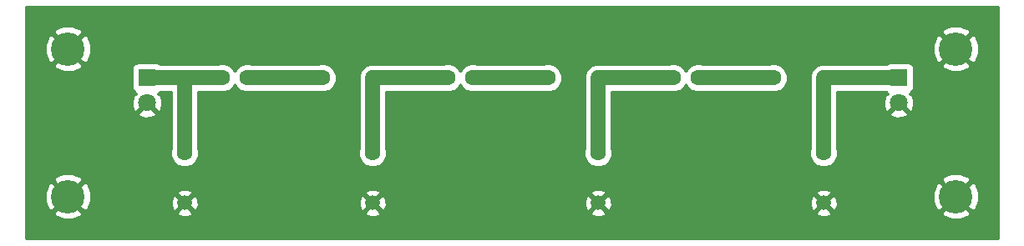
<source format=gbr>
G04 #@! TF.FileFunction,Copper,L2,Bot,Signal*
%FSLAX46Y46*%
G04 Gerber Fmt 4.6, Leading zero omitted, Abs format (unit mm)*
G04 Created by KiCad (PCBNEW 4.0.7) date 03/29/18 19:10:49*
%MOMM*%
%LPD*%
G01*
G04 APERTURE LIST*
%ADD10C,0.100000*%
%ADD11C,1.600000*%
%ADD12C,1.500000*%
%ADD13R,1.800000X1.800000*%
%ADD14C,1.800000*%
%ADD15C,3.400000*%
%ADD16C,1.500000*%
%ADD17C,0.254000*%
G04 APERTURE END LIST*
D10*
D11*
X36830000Y-35560000D03*
D12*
X36830000Y-40640000D03*
D11*
X50800000Y-27940000D03*
D12*
X55880000Y-27940000D03*
D11*
X55880000Y-35560000D03*
D12*
X55880000Y-40640000D03*
D11*
X73660000Y-27940000D03*
D12*
X78740000Y-27940000D03*
D11*
X78740000Y-35560000D03*
D12*
X78740000Y-40640000D03*
D11*
X96520000Y-27940000D03*
D12*
X101600000Y-27940000D03*
D11*
X101600000Y-35560000D03*
D12*
X101600000Y-40640000D03*
D13*
X33020000Y-27940000D03*
D14*
X33020000Y-30480000D03*
D13*
X109220000Y-27940000D03*
D14*
X109220000Y-30480000D03*
D11*
X40640000Y-27940000D03*
X43180000Y-27940000D03*
X63500000Y-27940000D03*
X66040000Y-27940000D03*
X86360000Y-27940000D03*
X88900000Y-27940000D03*
D15*
X25000000Y-40000000D03*
X115000000Y-25000000D03*
X25000000Y-25000000D03*
X115000000Y-40000000D03*
D16*
X36830000Y-35560000D02*
X36830000Y-27940000D01*
X33020000Y-27940000D02*
X36830000Y-27940000D01*
X36830000Y-27940000D02*
X40640000Y-27940000D01*
X43180000Y-27940000D02*
X50800000Y-27940000D01*
X55880000Y-27940000D02*
X63500000Y-27940000D01*
X55880000Y-27940000D02*
X55880000Y-35560000D01*
X66040000Y-27940000D02*
X73660000Y-27940000D01*
X78740000Y-27940000D02*
X86360000Y-27940000D01*
X78740000Y-27940000D02*
X78740000Y-35560000D01*
X88900000Y-27940000D02*
X96520000Y-27940000D01*
X101600000Y-27940000D02*
X109220000Y-27940000D01*
X101600000Y-27940000D02*
X101600000Y-35560000D01*
D17*
G36*
X119290000Y-44290000D02*
X20710000Y-44290000D01*
X20710000Y-41658422D01*
X23521183Y-41658422D01*
X23705371Y-41997970D01*
X24568509Y-42341316D01*
X25497336Y-42328218D01*
X26294629Y-41997970D01*
X26478817Y-41658422D01*
X26431912Y-41611517D01*
X36038088Y-41611517D01*
X36106077Y-41852460D01*
X36625171Y-42037201D01*
X37175448Y-42009230D01*
X37553923Y-41852460D01*
X37621912Y-41611517D01*
X55088088Y-41611517D01*
X55156077Y-41852460D01*
X55675171Y-42037201D01*
X56225448Y-42009230D01*
X56603923Y-41852460D01*
X56671912Y-41611517D01*
X77948088Y-41611517D01*
X78016077Y-41852460D01*
X78535171Y-42037201D01*
X79085448Y-42009230D01*
X79463923Y-41852460D01*
X79531912Y-41611517D01*
X100808088Y-41611517D01*
X100876077Y-41852460D01*
X101395171Y-42037201D01*
X101945448Y-42009230D01*
X102323923Y-41852460D01*
X102378676Y-41658422D01*
X113521183Y-41658422D01*
X113705371Y-41997970D01*
X114568509Y-42341316D01*
X115497336Y-42328218D01*
X116294629Y-41997970D01*
X116478817Y-41658422D01*
X115000000Y-40179605D01*
X113521183Y-41658422D01*
X102378676Y-41658422D01*
X102391912Y-41611517D01*
X101600000Y-40819605D01*
X100808088Y-41611517D01*
X79531912Y-41611517D01*
X78740000Y-40819605D01*
X77948088Y-41611517D01*
X56671912Y-41611517D01*
X55880000Y-40819605D01*
X55088088Y-41611517D01*
X37621912Y-41611517D01*
X36830000Y-40819605D01*
X36038088Y-41611517D01*
X26431912Y-41611517D01*
X25000000Y-40179605D01*
X23521183Y-41658422D01*
X20710000Y-41658422D01*
X20710000Y-39568509D01*
X22658684Y-39568509D01*
X22671782Y-40497336D01*
X23002030Y-41294629D01*
X23341578Y-41478817D01*
X24820395Y-40000000D01*
X25179605Y-40000000D01*
X26658422Y-41478817D01*
X26997970Y-41294629D01*
X27339852Y-40435171D01*
X35432799Y-40435171D01*
X35460770Y-40985448D01*
X35617540Y-41363923D01*
X35858483Y-41431912D01*
X36650395Y-40640000D01*
X37009605Y-40640000D01*
X37801517Y-41431912D01*
X38042460Y-41363923D01*
X38227201Y-40844829D01*
X38206378Y-40435171D01*
X54482799Y-40435171D01*
X54510770Y-40985448D01*
X54667540Y-41363923D01*
X54908483Y-41431912D01*
X55700395Y-40640000D01*
X56059605Y-40640000D01*
X56851517Y-41431912D01*
X57092460Y-41363923D01*
X57277201Y-40844829D01*
X57256378Y-40435171D01*
X77342799Y-40435171D01*
X77370770Y-40985448D01*
X77527540Y-41363923D01*
X77768483Y-41431912D01*
X78560395Y-40640000D01*
X78919605Y-40640000D01*
X79711517Y-41431912D01*
X79952460Y-41363923D01*
X80137201Y-40844829D01*
X80116378Y-40435171D01*
X100202799Y-40435171D01*
X100230770Y-40985448D01*
X100387540Y-41363923D01*
X100628483Y-41431912D01*
X101420395Y-40640000D01*
X101779605Y-40640000D01*
X102571517Y-41431912D01*
X102812460Y-41363923D01*
X102997201Y-40844829D01*
X102969230Y-40294552D01*
X102812460Y-39916077D01*
X102571517Y-39848088D01*
X101779605Y-40640000D01*
X101420395Y-40640000D01*
X100628483Y-39848088D01*
X100387540Y-39916077D01*
X100202799Y-40435171D01*
X80116378Y-40435171D01*
X80109230Y-40294552D01*
X79952460Y-39916077D01*
X79711517Y-39848088D01*
X78919605Y-40640000D01*
X78560395Y-40640000D01*
X77768483Y-39848088D01*
X77527540Y-39916077D01*
X77342799Y-40435171D01*
X57256378Y-40435171D01*
X57249230Y-40294552D01*
X57092460Y-39916077D01*
X56851517Y-39848088D01*
X56059605Y-40640000D01*
X55700395Y-40640000D01*
X54908483Y-39848088D01*
X54667540Y-39916077D01*
X54482799Y-40435171D01*
X38206378Y-40435171D01*
X38199230Y-40294552D01*
X38042460Y-39916077D01*
X37801517Y-39848088D01*
X37009605Y-40640000D01*
X36650395Y-40640000D01*
X35858483Y-39848088D01*
X35617540Y-39916077D01*
X35432799Y-40435171D01*
X27339852Y-40435171D01*
X27341316Y-40431491D01*
X27330557Y-39668483D01*
X36038088Y-39668483D01*
X36830000Y-40460395D01*
X37621912Y-39668483D01*
X55088088Y-39668483D01*
X55880000Y-40460395D01*
X56671912Y-39668483D01*
X77948088Y-39668483D01*
X78740000Y-40460395D01*
X79531912Y-39668483D01*
X100808088Y-39668483D01*
X101600000Y-40460395D01*
X102391912Y-39668483D01*
X102363702Y-39568509D01*
X112658684Y-39568509D01*
X112671782Y-40497336D01*
X113002030Y-41294629D01*
X113341578Y-41478817D01*
X114820395Y-40000000D01*
X115179605Y-40000000D01*
X116658422Y-41478817D01*
X116997970Y-41294629D01*
X117341316Y-40431491D01*
X117328218Y-39502664D01*
X116997970Y-38705371D01*
X116658422Y-38521183D01*
X115179605Y-40000000D01*
X114820395Y-40000000D01*
X113341578Y-38521183D01*
X113002030Y-38705371D01*
X112658684Y-39568509D01*
X102363702Y-39568509D01*
X102323923Y-39427540D01*
X101804829Y-39242799D01*
X101254552Y-39270770D01*
X100876077Y-39427540D01*
X100808088Y-39668483D01*
X79531912Y-39668483D01*
X79463923Y-39427540D01*
X78944829Y-39242799D01*
X78394552Y-39270770D01*
X78016077Y-39427540D01*
X77948088Y-39668483D01*
X56671912Y-39668483D01*
X56603923Y-39427540D01*
X56084829Y-39242799D01*
X55534552Y-39270770D01*
X55156077Y-39427540D01*
X55088088Y-39668483D01*
X37621912Y-39668483D01*
X37553923Y-39427540D01*
X37034829Y-39242799D01*
X36484552Y-39270770D01*
X36106077Y-39427540D01*
X36038088Y-39668483D01*
X27330557Y-39668483D01*
X27328218Y-39502664D01*
X26997970Y-38705371D01*
X26658422Y-38521183D01*
X25179605Y-40000000D01*
X24820395Y-40000000D01*
X23341578Y-38521183D01*
X23002030Y-38705371D01*
X22658684Y-39568509D01*
X20710000Y-39568509D01*
X20710000Y-38341578D01*
X23521183Y-38341578D01*
X25000000Y-39820395D01*
X26478817Y-38341578D01*
X113521183Y-38341578D01*
X115000000Y-39820395D01*
X116478817Y-38341578D01*
X116294629Y-38002030D01*
X115431491Y-37658684D01*
X114502664Y-37671782D01*
X113705371Y-38002030D01*
X113521183Y-38341578D01*
X26478817Y-38341578D01*
X26294629Y-38002030D01*
X25431491Y-37658684D01*
X24502664Y-37671782D01*
X23705371Y-38002030D01*
X23521183Y-38341578D01*
X20710000Y-38341578D01*
X20710000Y-31560159D01*
X32119446Y-31560159D01*
X32205852Y-31816643D01*
X32779336Y-32026458D01*
X33389460Y-32000839D01*
X33834148Y-31816643D01*
X33920554Y-31560159D01*
X33020000Y-30659605D01*
X32119446Y-31560159D01*
X20710000Y-31560159D01*
X20710000Y-26658422D01*
X23521183Y-26658422D01*
X23705371Y-26997970D01*
X24568509Y-27341316D01*
X25497336Y-27328218D01*
X26193159Y-27040000D01*
X31472560Y-27040000D01*
X31472560Y-28840000D01*
X31516838Y-29075317D01*
X31655910Y-29291441D01*
X31859574Y-29430598D01*
X31825282Y-29464890D01*
X31939839Y-29579447D01*
X31683357Y-29665852D01*
X31473542Y-30239336D01*
X31499161Y-30849460D01*
X31683357Y-31294148D01*
X31939841Y-31380554D01*
X32840395Y-30480000D01*
X32826253Y-30465858D01*
X33005858Y-30286253D01*
X33020000Y-30300395D01*
X33034143Y-30286253D01*
X33213748Y-30465858D01*
X33199605Y-30480000D01*
X34100159Y-31380554D01*
X34356643Y-31294148D01*
X34566458Y-30720664D01*
X34540839Y-30110540D01*
X34356643Y-29665852D01*
X34100161Y-29579447D01*
X34214718Y-29464890D01*
X34178240Y-29428412D01*
X34338946Y-29325000D01*
X35445000Y-29325000D01*
X35445000Y-35153498D01*
X35395250Y-35273309D01*
X35394752Y-35844187D01*
X35612757Y-36371800D01*
X36016077Y-36775824D01*
X36543309Y-36994750D01*
X37114187Y-36995248D01*
X37641800Y-36777243D01*
X38045824Y-36373923D01*
X38264750Y-35846691D01*
X38264752Y-35844187D01*
X54444752Y-35844187D01*
X54662757Y-36371800D01*
X55066077Y-36775824D01*
X55593309Y-36994750D01*
X56164187Y-36995248D01*
X56691800Y-36777243D01*
X57095824Y-36373923D01*
X57314750Y-35846691D01*
X57314752Y-35844187D01*
X77304752Y-35844187D01*
X77522757Y-36371800D01*
X77926077Y-36775824D01*
X78453309Y-36994750D01*
X79024187Y-36995248D01*
X79551800Y-36777243D01*
X79955824Y-36373923D01*
X80174750Y-35846691D01*
X80174752Y-35844187D01*
X100164752Y-35844187D01*
X100382757Y-36371800D01*
X100786077Y-36775824D01*
X101313309Y-36994750D01*
X101884187Y-36995248D01*
X102411800Y-36777243D01*
X102815824Y-36373923D01*
X103034750Y-35846691D01*
X103035248Y-35275813D01*
X102985000Y-35154203D01*
X102985000Y-31560159D01*
X108319446Y-31560159D01*
X108405852Y-31816643D01*
X108979336Y-32026458D01*
X109589460Y-32000839D01*
X110034148Y-31816643D01*
X110120554Y-31560159D01*
X109220000Y-30659605D01*
X108319446Y-31560159D01*
X102985000Y-31560159D01*
X102985000Y-29325000D01*
X107905025Y-29325000D01*
X108059574Y-29430598D01*
X108025282Y-29464890D01*
X108139839Y-29579447D01*
X107883357Y-29665852D01*
X107673542Y-30239336D01*
X107699161Y-30849460D01*
X107883357Y-31294148D01*
X108139841Y-31380554D01*
X109040395Y-30480000D01*
X109026253Y-30465858D01*
X109205858Y-30286253D01*
X109220000Y-30300395D01*
X109234143Y-30286253D01*
X109413748Y-30465858D01*
X109399605Y-30480000D01*
X110300159Y-31380554D01*
X110556643Y-31294148D01*
X110766458Y-30720664D01*
X110740839Y-30110540D01*
X110556643Y-29665852D01*
X110300161Y-29579447D01*
X110414718Y-29464890D01*
X110378240Y-29428412D01*
X110571441Y-29304090D01*
X110716431Y-29091890D01*
X110767440Y-28840000D01*
X110767440Y-27040000D01*
X110723162Y-26804683D01*
X110629046Y-26658422D01*
X113521183Y-26658422D01*
X113705371Y-26997970D01*
X114568509Y-27341316D01*
X115497336Y-27328218D01*
X116294629Y-26997970D01*
X116478817Y-26658422D01*
X115000000Y-25179605D01*
X113521183Y-26658422D01*
X110629046Y-26658422D01*
X110584090Y-26588559D01*
X110371890Y-26443569D01*
X110120000Y-26392560D01*
X108320000Y-26392560D01*
X108084683Y-26436838D01*
X107901054Y-26555000D01*
X101600636Y-26555000D01*
X101325715Y-26554760D01*
X100816485Y-26765169D01*
X100426539Y-27154436D01*
X100215241Y-27663298D01*
X100214760Y-28214285D01*
X100215000Y-28214866D01*
X100215000Y-35153498D01*
X100165250Y-35273309D01*
X100164752Y-35844187D01*
X80174752Y-35844187D01*
X80175248Y-35275813D01*
X80125000Y-35154203D01*
X80125000Y-29325000D01*
X85953498Y-29325000D01*
X86073309Y-29374750D01*
X86644187Y-29375248D01*
X87171800Y-29157243D01*
X87575824Y-28753923D01*
X87629862Y-28623785D01*
X87682757Y-28751800D01*
X88086077Y-29155824D01*
X88613309Y-29374750D01*
X89184187Y-29375248D01*
X89305797Y-29325000D01*
X96113498Y-29325000D01*
X96233309Y-29374750D01*
X96804187Y-29375248D01*
X97331800Y-29157243D01*
X97735824Y-28753923D01*
X97954750Y-28226691D01*
X97955248Y-27655813D01*
X97737243Y-27128200D01*
X97333923Y-26724176D01*
X96806691Y-26505250D01*
X96235813Y-26504752D01*
X96114203Y-26555000D01*
X89306502Y-26555000D01*
X89186691Y-26505250D01*
X88615813Y-26504752D01*
X88088200Y-26722757D01*
X87684176Y-27126077D01*
X87630138Y-27256215D01*
X87577243Y-27128200D01*
X87173923Y-26724176D01*
X86646691Y-26505250D01*
X86075813Y-26504752D01*
X85954203Y-26555000D01*
X78740636Y-26555000D01*
X78465715Y-26554760D01*
X77956485Y-26765169D01*
X77566539Y-27154436D01*
X77355241Y-27663298D01*
X77354760Y-28214285D01*
X77355000Y-28214866D01*
X77355000Y-35153498D01*
X77305250Y-35273309D01*
X77304752Y-35844187D01*
X57314752Y-35844187D01*
X57315248Y-35275813D01*
X57265000Y-35154203D01*
X57265000Y-29325000D01*
X63093498Y-29325000D01*
X63213309Y-29374750D01*
X63784187Y-29375248D01*
X64311800Y-29157243D01*
X64715824Y-28753923D01*
X64769862Y-28623785D01*
X64822757Y-28751800D01*
X65226077Y-29155824D01*
X65753309Y-29374750D01*
X66324187Y-29375248D01*
X66445797Y-29325000D01*
X73253498Y-29325000D01*
X73373309Y-29374750D01*
X73944187Y-29375248D01*
X74471800Y-29157243D01*
X74875824Y-28753923D01*
X75094750Y-28226691D01*
X75095248Y-27655813D01*
X74877243Y-27128200D01*
X74473923Y-26724176D01*
X73946691Y-26505250D01*
X73375813Y-26504752D01*
X73254203Y-26555000D01*
X66446502Y-26555000D01*
X66326691Y-26505250D01*
X65755813Y-26504752D01*
X65228200Y-26722757D01*
X64824176Y-27126077D01*
X64770138Y-27256215D01*
X64717243Y-27128200D01*
X64313923Y-26724176D01*
X63786691Y-26505250D01*
X63215813Y-26504752D01*
X63094203Y-26555000D01*
X55880636Y-26555000D01*
X55605715Y-26554760D01*
X55096485Y-26765169D01*
X54706539Y-27154436D01*
X54495241Y-27663298D01*
X54494760Y-28214285D01*
X54495000Y-28214866D01*
X54495000Y-35153498D01*
X54445250Y-35273309D01*
X54444752Y-35844187D01*
X38264752Y-35844187D01*
X38265248Y-35275813D01*
X38215000Y-35154203D01*
X38215000Y-29325000D01*
X40233498Y-29325000D01*
X40353309Y-29374750D01*
X40924187Y-29375248D01*
X41451800Y-29157243D01*
X41855824Y-28753923D01*
X41909862Y-28623785D01*
X41962757Y-28751800D01*
X42366077Y-29155824D01*
X42893309Y-29374750D01*
X43464187Y-29375248D01*
X43585797Y-29325000D01*
X50393498Y-29325000D01*
X50513309Y-29374750D01*
X51084187Y-29375248D01*
X51611800Y-29157243D01*
X52015824Y-28753923D01*
X52234750Y-28226691D01*
X52235248Y-27655813D01*
X52017243Y-27128200D01*
X51613923Y-26724176D01*
X51086691Y-26505250D01*
X50515813Y-26504752D01*
X50394203Y-26555000D01*
X43586502Y-26555000D01*
X43466691Y-26505250D01*
X42895813Y-26504752D01*
X42368200Y-26722757D01*
X41964176Y-27126077D01*
X41910138Y-27256215D01*
X41857243Y-27128200D01*
X41453923Y-26724176D01*
X40926691Y-26505250D01*
X40355813Y-26504752D01*
X40234203Y-26555000D01*
X34334975Y-26555000D01*
X34171890Y-26443569D01*
X33920000Y-26392560D01*
X32120000Y-26392560D01*
X31884683Y-26436838D01*
X31668559Y-26575910D01*
X31523569Y-26788110D01*
X31472560Y-27040000D01*
X26193159Y-27040000D01*
X26294629Y-26997970D01*
X26478817Y-26658422D01*
X25000000Y-25179605D01*
X23521183Y-26658422D01*
X20710000Y-26658422D01*
X20710000Y-24568509D01*
X22658684Y-24568509D01*
X22671782Y-25497336D01*
X23002030Y-26294629D01*
X23341578Y-26478817D01*
X24820395Y-25000000D01*
X25179605Y-25000000D01*
X26658422Y-26478817D01*
X26997970Y-26294629D01*
X27341316Y-25431491D01*
X27329147Y-24568509D01*
X112658684Y-24568509D01*
X112671782Y-25497336D01*
X113002030Y-26294629D01*
X113341578Y-26478817D01*
X114820395Y-25000000D01*
X115179605Y-25000000D01*
X116658422Y-26478817D01*
X116997970Y-26294629D01*
X117341316Y-25431491D01*
X117328218Y-24502664D01*
X116997970Y-23705371D01*
X116658422Y-23521183D01*
X115179605Y-25000000D01*
X114820395Y-25000000D01*
X113341578Y-23521183D01*
X113002030Y-23705371D01*
X112658684Y-24568509D01*
X27329147Y-24568509D01*
X27328218Y-24502664D01*
X26997970Y-23705371D01*
X26658422Y-23521183D01*
X25179605Y-25000000D01*
X24820395Y-25000000D01*
X23341578Y-23521183D01*
X23002030Y-23705371D01*
X22658684Y-24568509D01*
X20710000Y-24568509D01*
X20710000Y-23341578D01*
X23521183Y-23341578D01*
X25000000Y-24820395D01*
X26478817Y-23341578D01*
X113521183Y-23341578D01*
X115000000Y-24820395D01*
X116478817Y-23341578D01*
X116294629Y-23002030D01*
X115431491Y-22658684D01*
X114502664Y-22671782D01*
X113705371Y-23002030D01*
X113521183Y-23341578D01*
X26478817Y-23341578D01*
X26294629Y-23002030D01*
X25431491Y-22658684D01*
X24502664Y-22671782D01*
X23705371Y-23002030D01*
X23521183Y-23341578D01*
X20710000Y-23341578D01*
X20710000Y-20710000D01*
X119290000Y-20710000D01*
X119290000Y-44290000D01*
X119290000Y-44290000D01*
G37*
X119290000Y-44290000D02*
X20710000Y-44290000D01*
X20710000Y-41658422D01*
X23521183Y-41658422D01*
X23705371Y-41997970D01*
X24568509Y-42341316D01*
X25497336Y-42328218D01*
X26294629Y-41997970D01*
X26478817Y-41658422D01*
X26431912Y-41611517D01*
X36038088Y-41611517D01*
X36106077Y-41852460D01*
X36625171Y-42037201D01*
X37175448Y-42009230D01*
X37553923Y-41852460D01*
X37621912Y-41611517D01*
X55088088Y-41611517D01*
X55156077Y-41852460D01*
X55675171Y-42037201D01*
X56225448Y-42009230D01*
X56603923Y-41852460D01*
X56671912Y-41611517D01*
X77948088Y-41611517D01*
X78016077Y-41852460D01*
X78535171Y-42037201D01*
X79085448Y-42009230D01*
X79463923Y-41852460D01*
X79531912Y-41611517D01*
X100808088Y-41611517D01*
X100876077Y-41852460D01*
X101395171Y-42037201D01*
X101945448Y-42009230D01*
X102323923Y-41852460D01*
X102378676Y-41658422D01*
X113521183Y-41658422D01*
X113705371Y-41997970D01*
X114568509Y-42341316D01*
X115497336Y-42328218D01*
X116294629Y-41997970D01*
X116478817Y-41658422D01*
X115000000Y-40179605D01*
X113521183Y-41658422D01*
X102378676Y-41658422D01*
X102391912Y-41611517D01*
X101600000Y-40819605D01*
X100808088Y-41611517D01*
X79531912Y-41611517D01*
X78740000Y-40819605D01*
X77948088Y-41611517D01*
X56671912Y-41611517D01*
X55880000Y-40819605D01*
X55088088Y-41611517D01*
X37621912Y-41611517D01*
X36830000Y-40819605D01*
X36038088Y-41611517D01*
X26431912Y-41611517D01*
X25000000Y-40179605D01*
X23521183Y-41658422D01*
X20710000Y-41658422D01*
X20710000Y-39568509D01*
X22658684Y-39568509D01*
X22671782Y-40497336D01*
X23002030Y-41294629D01*
X23341578Y-41478817D01*
X24820395Y-40000000D01*
X25179605Y-40000000D01*
X26658422Y-41478817D01*
X26997970Y-41294629D01*
X27339852Y-40435171D01*
X35432799Y-40435171D01*
X35460770Y-40985448D01*
X35617540Y-41363923D01*
X35858483Y-41431912D01*
X36650395Y-40640000D01*
X37009605Y-40640000D01*
X37801517Y-41431912D01*
X38042460Y-41363923D01*
X38227201Y-40844829D01*
X38206378Y-40435171D01*
X54482799Y-40435171D01*
X54510770Y-40985448D01*
X54667540Y-41363923D01*
X54908483Y-41431912D01*
X55700395Y-40640000D01*
X56059605Y-40640000D01*
X56851517Y-41431912D01*
X57092460Y-41363923D01*
X57277201Y-40844829D01*
X57256378Y-40435171D01*
X77342799Y-40435171D01*
X77370770Y-40985448D01*
X77527540Y-41363923D01*
X77768483Y-41431912D01*
X78560395Y-40640000D01*
X78919605Y-40640000D01*
X79711517Y-41431912D01*
X79952460Y-41363923D01*
X80137201Y-40844829D01*
X80116378Y-40435171D01*
X100202799Y-40435171D01*
X100230770Y-40985448D01*
X100387540Y-41363923D01*
X100628483Y-41431912D01*
X101420395Y-40640000D01*
X101779605Y-40640000D01*
X102571517Y-41431912D01*
X102812460Y-41363923D01*
X102997201Y-40844829D01*
X102969230Y-40294552D01*
X102812460Y-39916077D01*
X102571517Y-39848088D01*
X101779605Y-40640000D01*
X101420395Y-40640000D01*
X100628483Y-39848088D01*
X100387540Y-39916077D01*
X100202799Y-40435171D01*
X80116378Y-40435171D01*
X80109230Y-40294552D01*
X79952460Y-39916077D01*
X79711517Y-39848088D01*
X78919605Y-40640000D01*
X78560395Y-40640000D01*
X77768483Y-39848088D01*
X77527540Y-39916077D01*
X77342799Y-40435171D01*
X57256378Y-40435171D01*
X57249230Y-40294552D01*
X57092460Y-39916077D01*
X56851517Y-39848088D01*
X56059605Y-40640000D01*
X55700395Y-40640000D01*
X54908483Y-39848088D01*
X54667540Y-39916077D01*
X54482799Y-40435171D01*
X38206378Y-40435171D01*
X38199230Y-40294552D01*
X38042460Y-39916077D01*
X37801517Y-39848088D01*
X37009605Y-40640000D01*
X36650395Y-40640000D01*
X35858483Y-39848088D01*
X35617540Y-39916077D01*
X35432799Y-40435171D01*
X27339852Y-40435171D01*
X27341316Y-40431491D01*
X27330557Y-39668483D01*
X36038088Y-39668483D01*
X36830000Y-40460395D01*
X37621912Y-39668483D01*
X55088088Y-39668483D01*
X55880000Y-40460395D01*
X56671912Y-39668483D01*
X77948088Y-39668483D01*
X78740000Y-40460395D01*
X79531912Y-39668483D01*
X100808088Y-39668483D01*
X101600000Y-40460395D01*
X102391912Y-39668483D01*
X102363702Y-39568509D01*
X112658684Y-39568509D01*
X112671782Y-40497336D01*
X113002030Y-41294629D01*
X113341578Y-41478817D01*
X114820395Y-40000000D01*
X115179605Y-40000000D01*
X116658422Y-41478817D01*
X116997970Y-41294629D01*
X117341316Y-40431491D01*
X117328218Y-39502664D01*
X116997970Y-38705371D01*
X116658422Y-38521183D01*
X115179605Y-40000000D01*
X114820395Y-40000000D01*
X113341578Y-38521183D01*
X113002030Y-38705371D01*
X112658684Y-39568509D01*
X102363702Y-39568509D01*
X102323923Y-39427540D01*
X101804829Y-39242799D01*
X101254552Y-39270770D01*
X100876077Y-39427540D01*
X100808088Y-39668483D01*
X79531912Y-39668483D01*
X79463923Y-39427540D01*
X78944829Y-39242799D01*
X78394552Y-39270770D01*
X78016077Y-39427540D01*
X77948088Y-39668483D01*
X56671912Y-39668483D01*
X56603923Y-39427540D01*
X56084829Y-39242799D01*
X55534552Y-39270770D01*
X55156077Y-39427540D01*
X55088088Y-39668483D01*
X37621912Y-39668483D01*
X37553923Y-39427540D01*
X37034829Y-39242799D01*
X36484552Y-39270770D01*
X36106077Y-39427540D01*
X36038088Y-39668483D01*
X27330557Y-39668483D01*
X27328218Y-39502664D01*
X26997970Y-38705371D01*
X26658422Y-38521183D01*
X25179605Y-40000000D01*
X24820395Y-40000000D01*
X23341578Y-38521183D01*
X23002030Y-38705371D01*
X22658684Y-39568509D01*
X20710000Y-39568509D01*
X20710000Y-38341578D01*
X23521183Y-38341578D01*
X25000000Y-39820395D01*
X26478817Y-38341578D01*
X113521183Y-38341578D01*
X115000000Y-39820395D01*
X116478817Y-38341578D01*
X116294629Y-38002030D01*
X115431491Y-37658684D01*
X114502664Y-37671782D01*
X113705371Y-38002030D01*
X113521183Y-38341578D01*
X26478817Y-38341578D01*
X26294629Y-38002030D01*
X25431491Y-37658684D01*
X24502664Y-37671782D01*
X23705371Y-38002030D01*
X23521183Y-38341578D01*
X20710000Y-38341578D01*
X20710000Y-31560159D01*
X32119446Y-31560159D01*
X32205852Y-31816643D01*
X32779336Y-32026458D01*
X33389460Y-32000839D01*
X33834148Y-31816643D01*
X33920554Y-31560159D01*
X33020000Y-30659605D01*
X32119446Y-31560159D01*
X20710000Y-31560159D01*
X20710000Y-26658422D01*
X23521183Y-26658422D01*
X23705371Y-26997970D01*
X24568509Y-27341316D01*
X25497336Y-27328218D01*
X26193159Y-27040000D01*
X31472560Y-27040000D01*
X31472560Y-28840000D01*
X31516838Y-29075317D01*
X31655910Y-29291441D01*
X31859574Y-29430598D01*
X31825282Y-29464890D01*
X31939839Y-29579447D01*
X31683357Y-29665852D01*
X31473542Y-30239336D01*
X31499161Y-30849460D01*
X31683357Y-31294148D01*
X31939841Y-31380554D01*
X32840395Y-30480000D01*
X32826253Y-30465858D01*
X33005858Y-30286253D01*
X33020000Y-30300395D01*
X33034143Y-30286253D01*
X33213748Y-30465858D01*
X33199605Y-30480000D01*
X34100159Y-31380554D01*
X34356643Y-31294148D01*
X34566458Y-30720664D01*
X34540839Y-30110540D01*
X34356643Y-29665852D01*
X34100161Y-29579447D01*
X34214718Y-29464890D01*
X34178240Y-29428412D01*
X34338946Y-29325000D01*
X35445000Y-29325000D01*
X35445000Y-35153498D01*
X35395250Y-35273309D01*
X35394752Y-35844187D01*
X35612757Y-36371800D01*
X36016077Y-36775824D01*
X36543309Y-36994750D01*
X37114187Y-36995248D01*
X37641800Y-36777243D01*
X38045824Y-36373923D01*
X38264750Y-35846691D01*
X38264752Y-35844187D01*
X54444752Y-35844187D01*
X54662757Y-36371800D01*
X55066077Y-36775824D01*
X55593309Y-36994750D01*
X56164187Y-36995248D01*
X56691800Y-36777243D01*
X57095824Y-36373923D01*
X57314750Y-35846691D01*
X57314752Y-35844187D01*
X77304752Y-35844187D01*
X77522757Y-36371800D01*
X77926077Y-36775824D01*
X78453309Y-36994750D01*
X79024187Y-36995248D01*
X79551800Y-36777243D01*
X79955824Y-36373923D01*
X80174750Y-35846691D01*
X80174752Y-35844187D01*
X100164752Y-35844187D01*
X100382757Y-36371800D01*
X100786077Y-36775824D01*
X101313309Y-36994750D01*
X101884187Y-36995248D01*
X102411800Y-36777243D01*
X102815824Y-36373923D01*
X103034750Y-35846691D01*
X103035248Y-35275813D01*
X102985000Y-35154203D01*
X102985000Y-31560159D01*
X108319446Y-31560159D01*
X108405852Y-31816643D01*
X108979336Y-32026458D01*
X109589460Y-32000839D01*
X110034148Y-31816643D01*
X110120554Y-31560159D01*
X109220000Y-30659605D01*
X108319446Y-31560159D01*
X102985000Y-31560159D01*
X102985000Y-29325000D01*
X107905025Y-29325000D01*
X108059574Y-29430598D01*
X108025282Y-29464890D01*
X108139839Y-29579447D01*
X107883357Y-29665852D01*
X107673542Y-30239336D01*
X107699161Y-30849460D01*
X107883357Y-31294148D01*
X108139841Y-31380554D01*
X109040395Y-30480000D01*
X109026253Y-30465858D01*
X109205858Y-30286253D01*
X109220000Y-30300395D01*
X109234143Y-30286253D01*
X109413748Y-30465858D01*
X109399605Y-30480000D01*
X110300159Y-31380554D01*
X110556643Y-31294148D01*
X110766458Y-30720664D01*
X110740839Y-30110540D01*
X110556643Y-29665852D01*
X110300161Y-29579447D01*
X110414718Y-29464890D01*
X110378240Y-29428412D01*
X110571441Y-29304090D01*
X110716431Y-29091890D01*
X110767440Y-28840000D01*
X110767440Y-27040000D01*
X110723162Y-26804683D01*
X110629046Y-26658422D01*
X113521183Y-26658422D01*
X113705371Y-26997970D01*
X114568509Y-27341316D01*
X115497336Y-27328218D01*
X116294629Y-26997970D01*
X116478817Y-26658422D01*
X115000000Y-25179605D01*
X113521183Y-26658422D01*
X110629046Y-26658422D01*
X110584090Y-26588559D01*
X110371890Y-26443569D01*
X110120000Y-26392560D01*
X108320000Y-26392560D01*
X108084683Y-26436838D01*
X107901054Y-26555000D01*
X101600636Y-26555000D01*
X101325715Y-26554760D01*
X100816485Y-26765169D01*
X100426539Y-27154436D01*
X100215241Y-27663298D01*
X100214760Y-28214285D01*
X100215000Y-28214866D01*
X100215000Y-35153498D01*
X100165250Y-35273309D01*
X100164752Y-35844187D01*
X80174752Y-35844187D01*
X80175248Y-35275813D01*
X80125000Y-35154203D01*
X80125000Y-29325000D01*
X85953498Y-29325000D01*
X86073309Y-29374750D01*
X86644187Y-29375248D01*
X87171800Y-29157243D01*
X87575824Y-28753923D01*
X87629862Y-28623785D01*
X87682757Y-28751800D01*
X88086077Y-29155824D01*
X88613309Y-29374750D01*
X89184187Y-29375248D01*
X89305797Y-29325000D01*
X96113498Y-29325000D01*
X96233309Y-29374750D01*
X96804187Y-29375248D01*
X97331800Y-29157243D01*
X97735824Y-28753923D01*
X97954750Y-28226691D01*
X97955248Y-27655813D01*
X97737243Y-27128200D01*
X97333923Y-26724176D01*
X96806691Y-26505250D01*
X96235813Y-26504752D01*
X96114203Y-26555000D01*
X89306502Y-26555000D01*
X89186691Y-26505250D01*
X88615813Y-26504752D01*
X88088200Y-26722757D01*
X87684176Y-27126077D01*
X87630138Y-27256215D01*
X87577243Y-27128200D01*
X87173923Y-26724176D01*
X86646691Y-26505250D01*
X86075813Y-26504752D01*
X85954203Y-26555000D01*
X78740636Y-26555000D01*
X78465715Y-26554760D01*
X77956485Y-26765169D01*
X77566539Y-27154436D01*
X77355241Y-27663298D01*
X77354760Y-28214285D01*
X77355000Y-28214866D01*
X77355000Y-35153498D01*
X77305250Y-35273309D01*
X77304752Y-35844187D01*
X57314752Y-35844187D01*
X57315248Y-35275813D01*
X57265000Y-35154203D01*
X57265000Y-29325000D01*
X63093498Y-29325000D01*
X63213309Y-29374750D01*
X63784187Y-29375248D01*
X64311800Y-29157243D01*
X64715824Y-28753923D01*
X64769862Y-28623785D01*
X64822757Y-28751800D01*
X65226077Y-29155824D01*
X65753309Y-29374750D01*
X66324187Y-29375248D01*
X66445797Y-29325000D01*
X73253498Y-29325000D01*
X73373309Y-29374750D01*
X73944187Y-29375248D01*
X74471800Y-29157243D01*
X74875824Y-28753923D01*
X75094750Y-28226691D01*
X75095248Y-27655813D01*
X74877243Y-27128200D01*
X74473923Y-26724176D01*
X73946691Y-26505250D01*
X73375813Y-26504752D01*
X73254203Y-26555000D01*
X66446502Y-26555000D01*
X66326691Y-26505250D01*
X65755813Y-26504752D01*
X65228200Y-26722757D01*
X64824176Y-27126077D01*
X64770138Y-27256215D01*
X64717243Y-27128200D01*
X64313923Y-26724176D01*
X63786691Y-26505250D01*
X63215813Y-26504752D01*
X63094203Y-26555000D01*
X55880636Y-26555000D01*
X55605715Y-26554760D01*
X55096485Y-26765169D01*
X54706539Y-27154436D01*
X54495241Y-27663298D01*
X54494760Y-28214285D01*
X54495000Y-28214866D01*
X54495000Y-35153498D01*
X54445250Y-35273309D01*
X54444752Y-35844187D01*
X38264752Y-35844187D01*
X38265248Y-35275813D01*
X38215000Y-35154203D01*
X38215000Y-29325000D01*
X40233498Y-29325000D01*
X40353309Y-29374750D01*
X40924187Y-29375248D01*
X41451800Y-29157243D01*
X41855824Y-28753923D01*
X41909862Y-28623785D01*
X41962757Y-28751800D01*
X42366077Y-29155824D01*
X42893309Y-29374750D01*
X43464187Y-29375248D01*
X43585797Y-29325000D01*
X50393498Y-29325000D01*
X50513309Y-29374750D01*
X51084187Y-29375248D01*
X51611800Y-29157243D01*
X52015824Y-28753923D01*
X52234750Y-28226691D01*
X52235248Y-27655813D01*
X52017243Y-27128200D01*
X51613923Y-26724176D01*
X51086691Y-26505250D01*
X50515813Y-26504752D01*
X50394203Y-26555000D01*
X43586502Y-26555000D01*
X43466691Y-26505250D01*
X42895813Y-26504752D01*
X42368200Y-26722757D01*
X41964176Y-27126077D01*
X41910138Y-27256215D01*
X41857243Y-27128200D01*
X41453923Y-26724176D01*
X40926691Y-26505250D01*
X40355813Y-26504752D01*
X40234203Y-26555000D01*
X34334975Y-26555000D01*
X34171890Y-26443569D01*
X33920000Y-26392560D01*
X32120000Y-26392560D01*
X31884683Y-26436838D01*
X31668559Y-26575910D01*
X31523569Y-26788110D01*
X31472560Y-27040000D01*
X26193159Y-27040000D01*
X26294629Y-26997970D01*
X26478817Y-26658422D01*
X25000000Y-25179605D01*
X23521183Y-26658422D01*
X20710000Y-26658422D01*
X20710000Y-24568509D01*
X22658684Y-24568509D01*
X22671782Y-25497336D01*
X23002030Y-26294629D01*
X23341578Y-26478817D01*
X24820395Y-25000000D01*
X25179605Y-25000000D01*
X26658422Y-26478817D01*
X26997970Y-26294629D01*
X27341316Y-25431491D01*
X27329147Y-24568509D01*
X112658684Y-24568509D01*
X112671782Y-25497336D01*
X113002030Y-26294629D01*
X113341578Y-26478817D01*
X114820395Y-25000000D01*
X115179605Y-25000000D01*
X116658422Y-26478817D01*
X116997970Y-26294629D01*
X117341316Y-25431491D01*
X117328218Y-24502664D01*
X116997970Y-23705371D01*
X116658422Y-23521183D01*
X115179605Y-25000000D01*
X114820395Y-25000000D01*
X113341578Y-23521183D01*
X113002030Y-23705371D01*
X112658684Y-24568509D01*
X27329147Y-24568509D01*
X27328218Y-24502664D01*
X26997970Y-23705371D01*
X26658422Y-23521183D01*
X25179605Y-25000000D01*
X24820395Y-25000000D01*
X23341578Y-23521183D01*
X23002030Y-23705371D01*
X22658684Y-24568509D01*
X20710000Y-24568509D01*
X20710000Y-23341578D01*
X23521183Y-23341578D01*
X25000000Y-24820395D01*
X26478817Y-23341578D01*
X113521183Y-23341578D01*
X115000000Y-24820395D01*
X116478817Y-23341578D01*
X116294629Y-23002030D01*
X115431491Y-22658684D01*
X114502664Y-22671782D01*
X113705371Y-23002030D01*
X113521183Y-23341578D01*
X26478817Y-23341578D01*
X26294629Y-23002030D01*
X25431491Y-22658684D01*
X24502664Y-22671782D01*
X23705371Y-23002030D01*
X23521183Y-23341578D01*
X20710000Y-23341578D01*
X20710000Y-20710000D01*
X119290000Y-20710000D01*
X119290000Y-44290000D01*
M02*

</source>
